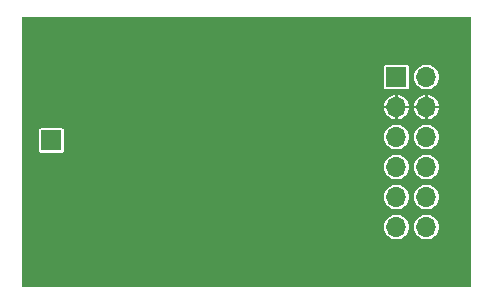
<source format=gbr>
%TF.GenerationSoftware,KiCad,Pcbnew,7.0.1*%
%TF.CreationDate,2023-04-28T09:32:53+02:00*%
%TF.ProjectId,CC1101_ANT,43433131-3031-45f4-914e-542e6b696361,rev?*%
%TF.SameCoordinates,Original*%
%TF.FileFunction,Copper,L2,Bot*%
%TF.FilePolarity,Positive*%
%FSLAX46Y46*%
G04 Gerber Fmt 4.6, Leading zero omitted, Abs format (unit mm)*
G04 Created by KiCad (PCBNEW 7.0.1) date 2023-04-28 09:32:53*
%MOMM*%
%LPD*%
G01*
G04 APERTURE LIST*
%TA.AperFunction,ComponentPad*%
%ADD10R,1.700000X1.700000*%
%TD*%
%TA.AperFunction,ComponentPad*%
%ADD11O,1.700000X1.700000*%
%TD*%
G04 APERTURE END LIST*
D10*
%TO.P,J1,1,Pin_1*%
%TO.N,VCC*%
X149860000Y-43180000D03*
D11*
%TO.P,J1,2,Pin_2*%
X152400000Y-43180000D03*
%TO.P,J1,3,Pin_3*%
%TO.N,GND*%
X149860000Y-45720000D03*
%TO.P,J1,4,Pin_4*%
X152400000Y-45720000D03*
%TO.P,J1,5,Pin_5*%
%TO.N,SCK*%
X149860000Y-48260000D03*
%TO.P,J1,6,Pin_6*%
%TO.N,unconnected-(J1-Pin_6-Pad6)*%
X152400000Y-48260000D03*
%TO.P,J1,7,Pin_7*%
%TO.N,MISO*%
X149860000Y-50800000D03*
%TO.P,J1,8,Pin_8*%
%TO.N,unconnected-(J1-Pin_8-Pad8)*%
X152400000Y-50800000D03*
%TO.P,J1,9,Pin_9*%
%TO.N,MOSI*%
X149860000Y-53340000D03*
%TO.P,J1,10,Pin_10*%
%TO.N,nRESET*%
X152400000Y-53340000D03*
%TO.P,J1,11,Pin_11*%
%TO.N,nCS*%
X149860000Y-55880000D03*
%TO.P,J1,12,Pin_12*%
%TO.N,IRQ*%
X152400000Y-55880000D03*
%TD*%
D10*
%TO.P,J2,1,Pin_1*%
%TO.N,Net-(J2-Pin_1)*%
X120650000Y-48545000D03*
%TD*%
%TA.AperFunction,Conductor*%
%TO.N,GND*%
G36*
X156135000Y-38138763D02*
G01*
X156171237Y-38175000D01*
X156184500Y-38224500D01*
X156184500Y-60835500D01*
X156171237Y-60885000D01*
X156135000Y-60921237D01*
X156085500Y-60934500D01*
X118234500Y-60934500D01*
X118185000Y-60921237D01*
X118148763Y-60885000D01*
X118135500Y-60835500D01*
X118135500Y-55880000D01*
X148804416Y-55880000D01*
X148824699Y-56085933D01*
X148884767Y-56283952D01*
X148884768Y-56283954D01*
X148982315Y-56466450D01*
X149113590Y-56626410D01*
X149273550Y-56757685D01*
X149456046Y-56855232D01*
X149654066Y-56915300D01*
X149860000Y-56935583D01*
X150065934Y-56915300D01*
X150263954Y-56855232D01*
X150446450Y-56757685D01*
X150606410Y-56626410D01*
X150737685Y-56466450D01*
X150835232Y-56283954D01*
X150895300Y-56085934D01*
X150915583Y-55880000D01*
X151344416Y-55880000D01*
X151364699Y-56085933D01*
X151424767Y-56283952D01*
X151424768Y-56283954D01*
X151522315Y-56466450D01*
X151653590Y-56626410D01*
X151813550Y-56757685D01*
X151996046Y-56855232D01*
X152194066Y-56915300D01*
X152400000Y-56935583D01*
X152605934Y-56915300D01*
X152803954Y-56855232D01*
X152986450Y-56757685D01*
X153146410Y-56626410D01*
X153277685Y-56466450D01*
X153375232Y-56283954D01*
X153435300Y-56085934D01*
X153455583Y-55880000D01*
X153435300Y-55674066D01*
X153375232Y-55476046D01*
X153277685Y-55293550D01*
X153146410Y-55133590D01*
X152986450Y-55002315D01*
X152803954Y-54904768D01*
X152803953Y-54904767D01*
X152803952Y-54904767D01*
X152605933Y-54844699D01*
X152400000Y-54824416D01*
X152194066Y-54844699D01*
X151996047Y-54904767D01*
X151813549Y-55002315D01*
X151653590Y-55133590D01*
X151522315Y-55293549D01*
X151424767Y-55476047D01*
X151364699Y-55674066D01*
X151344416Y-55880000D01*
X150915583Y-55880000D01*
X150895300Y-55674066D01*
X150835232Y-55476046D01*
X150737685Y-55293550D01*
X150606410Y-55133590D01*
X150446450Y-55002315D01*
X150263954Y-54904768D01*
X150263953Y-54904767D01*
X150263952Y-54904767D01*
X150065933Y-54844699D01*
X149860000Y-54824416D01*
X149654066Y-54844699D01*
X149456047Y-54904767D01*
X149273549Y-55002315D01*
X149113590Y-55133590D01*
X148982315Y-55293549D01*
X148884767Y-55476047D01*
X148824699Y-55674066D01*
X148804416Y-55880000D01*
X118135500Y-55880000D01*
X118135500Y-53339999D01*
X148804416Y-53339999D01*
X148824699Y-53545933D01*
X148884767Y-53743952D01*
X148884768Y-53743954D01*
X148982315Y-53926450D01*
X149113590Y-54086410D01*
X149273550Y-54217685D01*
X149456046Y-54315232D01*
X149654066Y-54375300D01*
X149860000Y-54395583D01*
X150065934Y-54375300D01*
X150263954Y-54315232D01*
X150446450Y-54217685D01*
X150606410Y-54086410D01*
X150737685Y-53926450D01*
X150835232Y-53743954D01*
X150895300Y-53545934D01*
X150915583Y-53340000D01*
X150915583Y-53339999D01*
X151344416Y-53339999D01*
X151364699Y-53545933D01*
X151424767Y-53743952D01*
X151424768Y-53743954D01*
X151522315Y-53926450D01*
X151653590Y-54086410D01*
X151813550Y-54217685D01*
X151996046Y-54315232D01*
X152194066Y-54375300D01*
X152400000Y-54395583D01*
X152605934Y-54375300D01*
X152803954Y-54315232D01*
X152986450Y-54217685D01*
X153146410Y-54086410D01*
X153277685Y-53926450D01*
X153375232Y-53743954D01*
X153435300Y-53545934D01*
X153455583Y-53340000D01*
X153435300Y-53134066D01*
X153375232Y-52936046D01*
X153277685Y-52753550D01*
X153146410Y-52593590D01*
X152986450Y-52462315D01*
X152803954Y-52364768D01*
X152803953Y-52364767D01*
X152803952Y-52364767D01*
X152605933Y-52304699D01*
X152400000Y-52284416D01*
X152194066Y-52304699D01*
X151996047Y-52364767D01*
X151813549Y-52462315D01*
X151653590Y-52593590D01*
X151522315Y-52753549D01*
X151424767Y-52936047D01*
X151364699Y-53134066D01*
X151344416Y-53339999D01*
X150915583Y-53339999D01*
X150895300Y-53134066D01*
X150835232Y-52936046D01*
X150737685Y-52753550D01*
X150606410Y-52593590D01*
X150446450Y-52462315D01*
X150263954Y-52364768D01*
X150263953Y-52364767D01*
X150263952Y-52364767D01*
X150065933Y-52304699D01*
X149860000Y-52284416D01*
X149654066Y-52304699D01*
X149456047Y-52364767D01*
X149273549Y-52462315D01*
X149113590Y-52593590D01*
X148982315Y-52753549D01*
X148884767Y-52936047D01*
X148824699Y-53134066D01*
X148804416Y-53339999D01*
X118135500Y-53339999D01*
X118135500Y-50800000D01*
X148804416Y-50800000D01*
X148824699Y-51005933D01*
X148884767Y-51203952D01*
X148884768Y-51203954D01*
X148982315Y-51386450D01*
X149113590Y-51546410D01*
X149273550Y-51677685D01*
X149456046Y-51775232D01*
X149654065Y-51835299D01*
X149654066Y-51835300D01*
X149859999Y-51855583D01*
X149859999Y-51855582D01*
X149860000Y-51855583D01*
X150065934Y-51835300D01*
X150263954Y-51775232D01*
X150446450Y-51677685D01*
X150606410Y-51546410D01*
X150737685Y-51386450D01*
X150835232Y-51203954D01*
X150895300Y-51005934D01*
X150915583Y-50800000D01*
X151344416Y-50800000D01*
X151364699Y-51005933D01*
X151424767Y-51203952D01*
X151424768Y-51203954D01*
X151522315Y-51386450D01*
X151653590Y-51546410D01*
X151813550Y-51677685D01*
X151996046Y-51775232D01*
X152194065Y-51835299D01*
X152194066Y-51835300D01*
X152399999Y-51855583D01*
X152399999Y-51855582D01*
X152400000Y-51855583D01*
X152605934Y-51835300D01*
X152803954Y-51775232D01*
X152986450Y-51677685D01*
X153146410Y-51546410D01*
X153277685Y-51386450D01*
X153375232Y-51203954D01*
X153435300Y-51005934D01*
X153455583Y-50800000D01*
X153435300Y-50594066D01*
X153375232Y-50396046D01*
X153277685Y-50213550D01*
X153146410Y-50053590D01*
X152986450Y-49922315D01*
X152803954Y-49824768D01*
X152803953Y-49824767D01*
X152803952Y-49824767D01*
X152605933Y-49764699D01*
X152399999Y-49744416D01*
X152194066Y-49764699D01*
X151996047Y-49824767D01*
X151813549Y-49922315D01*
X151653590Y-50053590D01*
X151522315Y-50213549D01*
X151424767Y-50396047D01*
X151364699Y-50594066D01*
X151344416Y-50800000D01*
X150915583Y-50800000D01*
X150895300Y-50594066D01*
X150835232Y-50396046D01*
X150737685Y-50213550D01*
X150606410Y-50053590D01*
X150446450Y-49922315D01*
X150263954Y-49824768D01*
X150263953Y-49824767D01*
X150263952Y-49824767D01*
X150065933Y-49764699D01*
X149859999Y-49744416D01*
X149654066Y-49764699D01*
X149456047Y-49824767D01*
X149273549Y-49922315D01*
X149113590Y-50053590D01*
X148982315Y-50213549D01*
X148884767Y-50396047D01*
X148824699Y-50594066D01*
X148804416Y-50800000D01*
X118135500Y-50800000D01*
X118135500Y-49414747D01*
X119599500Y-49414747D01*
X119611133Y-49473231D01*
X119655447Y-49539552D01*
X119699762Y-49569162D01*
X119721769Y-49583867D01*
X119780252Y-49595500D01*
X121519747Y-49595500D01*
X121519748Y-49595500D01*
X121578231Y-49583867D01*
X121644552Y-49539552D01*
X121688867Y-49473231D01*
X121700500Y-49414748D01*
X121700500Y-48259999D01*
X148804416Y-48259999D01*
X148824699Y-48465933D01*
X148884767Y-48663952D01*
X148884768Y-48663954D01*
X148982315Y-48846450D01*
X149113590Y-49006410D01*
X149273550Y-49137685D01*
X149456046Y-49235232D01*
X149654066Y-49295300D01*
X149860000Y-49315583D01*
X150065934Y-49295300D01*
X150263954Y-49235232D01*
X150446450Y-49137685D01*
X150606410Y-49006410D01*
X150737685Y-48846450D01*
X150835232Y-48663954D01*
X150895300Y-48465934D01*
X150915583Y-48260000D01*
X150915583Y-48259999D01*
X151344416Y-48259999D01*
X151364699Y-48465933D01*
X151424767Y-48663952D01*
X151424768Y-48663954D01*
X151522315Y-48846450D01*
X151653590Y-49006410D01*
X151813550Y-49137685D01*
X151996046Y-49235232D01*
X152194066Y-49295300D01*
X152400000Y-49315583D01*
X152605934Y-49295300D01*
X152803954Y-49235232D01*
X152986450Y-49137685D01*
X153146410Y-49006410D01*
X153277685Y-48846450D01*
X153375232Y-48663954D01*
X153435300Y-48465934D01*
X153455583Y-48260000D01*
X153435300Y-48054066D01*
X153375232Y-47856046D01*
X153277685Y-47673550D01*
X153146410Y-47513590D01*
X152986450Y-47382315D01*
X152803954Y-47284768D01*
X152803953Y-47284767D01*
X152803952Y-47284767D01*
X152605933Y-47224699D01*
X152400000Y-47204416D01*
X152194066Y-47224699D01*
X151996047Y-47284767D01*
X151813549Y-47382315D01*
X151653590Y-47513590D01*
X151522315Y-47673549D01*
X151424767Y-47856047D01*
X151364699Y-48054066D01*
X151344416Y-48259999D01*
X150915583Y-48259999D01*
X150895300Y-48054066D01*
X150835232Y-47856046D01*
X150737685Y-47673550D01*
X150606410Y-47513590D01*
X150446450Y-47382315D01*
X150263954Y-47284768D01*
X150263953Y-47284767D01*
X150263952Y-47284767D01*
X150065933Y-47224699D01*
X149860000Y-47204416D01*
X149654066Y-47224699D01*
X149456047Y-47284767D01*
X149273549Y-47382315D01*
X149113590Y-47513590D01*
X148982315Y-47673549D01*
X148884767Y-47856047D01*
X148824699Y-48054066D01*
X148804416Y-48259999D01*
X121700500Y-48259999D01*
X121700500Y-47675252D01*
X121688867Y-47616769D01*
X121674162Y-47594761D01*
X121644552Y-47550447D01*
X121578231Y-47506133D01*
X121519748Y-47494500D01*
X119780252Y-47494500D01*
X119751010Y-47500316D01*
X119721768Y-47506133D01*
X119655447Y-47550447D01*
X119611133Y-47616768D01*
X119599500Y-47675253D01*
X119599500Y-49414747D01*
X118135500Y-49414747D01*
X118135500Y-45820000D01*
X148814767Y-45820000D01*
X148825191Y-45925835D01*
X148885231Y-46123763D01*
X148982730Y-46306170D01*
X149113945Y-46466054D01*
X149273829Y-46597269D01*
X149456236Y-46694768D01*
X149654164Y-46754808D01*
X149759999Y-46765232D01*
X149760000Y-46765232D01*
X149960000Y-46765232D01*
X150065835Y-46754808D01*
X150263763Y-46694768D01*
X150446170Y-46597269D01*
X150606054Y-46466054D01*
X150737269Y-46306170D01*
X150834768Y-46123763D01*
X150894808Y-45925835D01*
X150905232Y-45820000D01*
X151354767Y-45820000D01*
X151365191Y-45925835D01*
X151425231Y-46123763D01*
X151522730Y-46306170D01*
X151653945Y-46466054D01*
X151813829Y-46597269D01*
X151996236Y-46694768D01*
X152194164Y-46754808D01*
X152299999Y-46765232D01*
X152300000Y-46765232D01*
X152500000Y-46765232D01*
X152605835Y-46754808D01*
X152803763Y-46694768D01*
X152986170Y-46597269D01*
X153146054Y-46466054D01*
X153277269Y-46306170D01*
X153374768Y-46123763D01*
X153434808Y-45925835D01*
X153445232Y-45820000D01*
X152500001Y-45820000D01*
X152500000Y-45820001D01*
X152500000Y-46765232D01*
X152300000Y-46765232D01*
X152300000Y-45820001D01*
X152299999Y-45820000D01*
X151354767Y-45820000D01*
X150905232Y-45820000D01*
X149960001Y-45820000D01*
X149960000Y-45820001D01*
X149960000Y-46765232D01*
X149760000Y-46765232D01*
X149760000Y-45820001D01*
X149759999Y-45820000D01*
X148814767Y-45820000D01*
X118135500Y-45820000D01*
X118135500Y-45619999D01*
X148814767Y-45619999D01*
X148814768Y-45620000D01*
X149759999Y-45620000D01*
X149760000Y-45619999D01*
X149760000Y-44674768D01*
X149759999Y-44674767D01*
X149960000Y-44674767D01*
X149960000Y-45619999D01*
X149960001Y-45620000D01*
X150905232Y-45620000D01*
X150905232Y-45619999D01*
X151354767Y-45619999D01*
X151354768Y-45620000D01*
X152299999Y-45620000D01*
X152300000Y-45619999D01*
X152300000Y-44674768D01*
X152299999Y-44674767D01*
X152500000Y-44674767D01*
X152500000Y-45619999D01*
X152500001Y-45620000D01*
X153445232Y-45620000D01*
X153445232Y-45619999D01*
X153434808Y-45514164D01*
X153374768Y-45316236D01*
X153277269Y-45133829D01*
X153146054Y-44973945D01*
X152986170Y-44842730D01*
X152803763Y-44745231D01*
X152605835Y-44685191D01*
X152500000Y-44674767D01*
X152299999Y-44674767D01*
X152194164Y-44685191D01*
X151996236Y-44745231D01*
X151813829Y-44842730D01*
X151653945Y-44973945D01*
X151522730Y-45133829D01*
X151425231Y-45316236D01*
X151365191Y-45514164D01*
X151354767Y-45619999D01*
X150905232Y-45619999D01*
X150894808Y-45514164D01*
X150834768Y-45316236D01*
X150737269Y-45133829D01*
X150606054Y-44973945D01*
X150446170Y-44842730D01*
X150263763Y-44745231D01*
X150065835Y-44685191D01*
X149960000Y-44674767D01*
X149759999Y-44674767D01*
X149654164Y-44685191D01*
X149456236Y-44745231D01*
X149273829Y-44842730D01*
X149113945Y-44973945D01*
X148982730Y-45133829D01*
X148885231Y-45316236D01*
X148825191Y-45514164D01*
X148814767Y-45619999D01*
X118135500Y-45619999D01*
X118135500Y-44049747D01*
X148809500Y-44049747D01*
X148821133Y-44108231D01*
X148865447Y-44174552D01*
X148909762Y-44204162D01*
X148931769Y-44218867D01*
X148990252Y-44230500D01*
X150729747Y-44230500D01*
X150729748Y-44230500D01*
X150788231Y-44218867D01*
X150854552Y-44174552D01*
X150898867Y-44108231D01*
X150910500Y-44049748D01*
X150910500Y-43179999D01*
X151344416Y-43179999D01*
X151364699Y-43385933D01*
X151424767Y-43583952D01*
X151424768Y-43583954D01*
X151522315Y-43766450D01*
X151653590Y-43926410D01*
X151813550Y-44057685D01*
X151996046Y-44155232D01*
X152194066Y-44215300D01*
X152400000Y-44235583D01*
X152605934Y-44215300D01*
X152803954Y-44155232D01*
X152986450Y-44057685D01*
X153146410Y-43926410D01*
X153277685Y-43766450D01*
X153375232Y-43583954D01*
X153435300Y-43385934D01*
X153455583Y-43180000D01*
X153435300Y-42974066D01*
X153375232Y-42776046D01*
X153277685Y-42593550D01*
X153146410Y-42433590D01*
X152986450Y-42302315D01*
X152803954Y-42204768D01*
X152803953Y-42204767D01*
X152803952Y-42204767D01*
X152605933Y-42144699D01*
X152400000Y-42124416D01*
X152194066Y-42144699D01*
X151996047Y-42204767D01*
X151813549Y-42302315D01*
X151653590Y-42433590D01*
X151522315Y-42593549D01*
X151424767Y-42776047D01*
X151364699Y-42974066D01*
X151344416Y-43179999D01*
X150910500Y-43179999D01*
X150910500Y-42310252D01*
X150898867Y-42251769D01*
X150884162Y-42229762D01*
X150854552Y-42185447D01*
X150788231Y-42141133D01*
X150788230Y-42141132D01*
X150729748Y-42129500D01*
X148990252Y-42129500D01*
X148961010Y-42135316D01*
X148931768Y-42141133D01*
X148865447Y-42185447D01*
X148821133Y-42251768D01*
X148809500Y-42310253D01*
X148809500Y-44049747D01*
X118135500Y-44049747D01*
X118135500Y-38224500D01*
X118148763Y-38175000D01*
X118185000Y-38138763D01*
X118234500Y-38125500D01*
X156085500Y-38125500D01*
X156135000Y-38138763D01*
G37*
%TD.AperFunction*%
%TD*%
M02*

</source>
